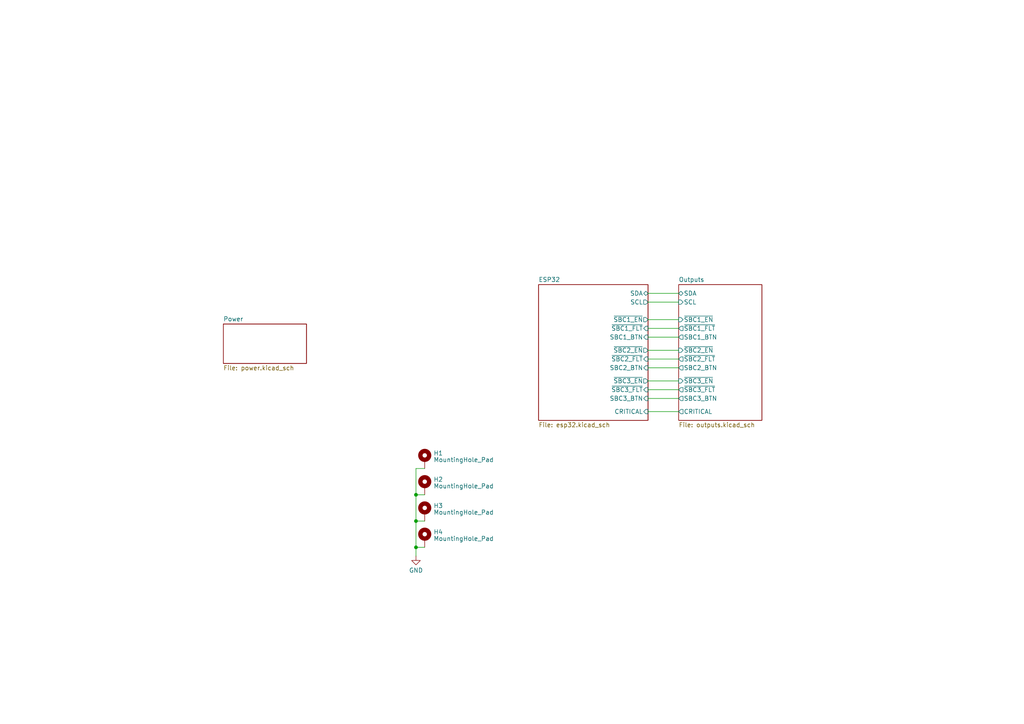
<source format=kicad_sch>
(kicad_sch (version 20230121) (generator eeschema)
  (paper "A4")
  (title_block (title "PDU with Consumption Metering Function for SBCs") (date "2023-05-03") (rev "1.0 rev 3"))
  (lib_symbols
    (symbol "Mechanical:MountingHole_Pad" (pin_numbers hide) (pin_names (offset 1.016) hide)
      (property "Reference" "H" (at 0 6.35 0))
      (property "Value" "MountingHole_Pad" (at 0 4.445 0))
      (symbol "MountingHole_Pad_0_1"
        (circle (center 0 1.27) (radius 1.27) (stroke (width 1.27)))
      )
      (symbol "MountingHole_Pad_1_1"
        (pin input line (at 0 -2.54 90) (length 2.54) (name "1") (number "1"))
      )
    )
    (symbol "power:GND" (power) (pin_names (offset 0))
      (property "Value" "GND" (at 0 -3.81 0))
      (symbol "GND_0_1"
        (polyline (pts (xy 0 0) (xy 0 -1.27) (xy 1.27 -1.27) (xy 0 -2.54) (xy -1.27 -1.27) (xy 0 -1.27)))
      )
      (symbol "GND_1_1"
        (pin power_in line (at 0 0 270) (length 0) hide (name "GND") (number "1"))
      )
    )
  )
  (junction (at 120.65 143.51))
  (junction (at 120.65 158.75))
  (junction (at 120.65 151.13))
  (wire (pts (xy 187.96 92.71) (xy 196.85 92.71)))
  (wire (pts (xy 187.96 95.25) (xy 196.85 95.25)))
  (wire (pts (xy 187.96 115.57) (xy 196.85 115.57)))
  (wire (pts (xy 187.96 110.49) (xy 196.85 110.49)))
  (wire (pts (xy 187.96 101.6) (xy 196.85 101.6)))
  (wire (pts (xy 187.96 113.03) (xy 196.85 113.03)))
  (wire (pts (xy 120.65 151.13) (xy 120.65 158.75)))
  (wire (pts (xy 120.65 151.13) (xy 120.65 143.51)))
  (wire (pts (xy 120.65 143.51) (xy 120.65 135.89)))
  (wire (pts (xy 120.65 151.13) (xy 123.19 151.13)))
  (wire (pts (xy 187.96 97.79) (xy 196.85 97.79)))
  (wire (pts (xy 187.96 106.68) (xy 196.85 106.68)))
  (wire (pts (xy 123.19 158.75) (xy 120.65 158.75)))
  (wire (pts (xy 187.96 87.63) (xy 196.85 87.63)))
  (wire (pts (xy 120.65 143.51) (xy 123.19 143.51)))
  (wire (pts (xy 187.96 85.09) (xy 196.85 85.09)))
  (wire (pts (xy 120.65 158.75) (xy 120.65 161.29)))
  (wire (pts (xy 120.65 135.89) (xy 123.19 135.89)))
  (wire (pts (xy 187.96 119.38) (xy 196.85 119.38)))
  (wire (pts (xy 187.96 104.14) (xy 196.85 104.14)))
  (symbol (lib_id "power:GND") (at 120.65 161.29 0) (unit 1)
    (property "Reference" "#PWR01" (effects hide))
    (property "Value" "GND" (at 120.65 165.4255 0))
  )
  (symbol (lib_id "Mechanical:MountingHole_Pad") (at 123.19 140.97 0) (unit 1)
    (property "Reference" "H2" (at 125.73 139.0563 0) (effects (justify left)))
    (property "Value" "MountingHole_Pad" (at 125.73 140.9773 0) (effects (justify left)))
    (property "Footprint" "MountingHole:MountingHole_3.2mm_M3_Pad_TopBottom" (effects hide))
  )
  (symbol (lib_id "Mechanical:MountingHole_Pad") (at 123.19 133.35 0) (unit 1)
    (property "Reference" "H1" (at 125.73 131.4363 0) (effects (justify left)))
    (property "Value" "MountingHole_Pad" (at 125.73 133.3573 0) (effects (justify left)))
    (property "Footprint" "MountingHole:MountingHole_3.2mm_M3_Pad_TopBottom" (effects hide))
  )
  (symbol (lib_id "Mechanical:MountingHole_Pad") (at 123.19 148.59 0) (unit 1)
    (property "Reference" "H3" (at 125.73 146.6763 0) (effects (justify left)))
    (property "Value" "MountingHole_Pad" (at 125.73 148.5973 0) (effects (justify left)))
    (property "Footprint" "MountingHole:MountingHole_3.2mm_M3_Pad_TopBottom" (effects hide))
  )
  (symbol (lib_id "Mechanical:MountingHole_Pad") (at 123.19 156.21 0) (unit 1)
    (property "Reference" "H4" (at 125.73 154.2963 0) (effects (justify left)))
    (property "Value" "MountingHole_Pad" (at 125.73 156.2173 0) (effects (justify left)))
    (property "Footprint" "MountingHole:MountingHole_3.2mm_M3_Pad_TopBottom" (effects hide))
  )
  (sheet (at 64.77 93.98) (size 24.13 11.43) (stroke (width 0.1524))
    (property "Sheetname" "Power" (at 64.77 93.2684 0) (effects (justify left bottom)))
    (property "Sheetfile" "power.kicad_sch" (at 64.77 105.9946 0) (effects (justify left top)))
  )
  (sheet (at 196.85 82.55) (size 24.13 39.37) (stroke (width 0.1524))
    (property "Sheetname" "Outputs" (at 196.85 81.8384 0) (effects (justify left bottom)))
    (property "Sheetfile" "outputs.kicad_sch" (at 196.85 122.5046 0) (effects (justify left top)))
    (pin "SDA" bidirectional (at 196.85 85.09 180))
    (pin "SCL" input (at 196.85 87.63 180))
    (pin "~{SBC1_FLT}" output (at 196.85 95.25 180))
    (pin "~{SBC2_FLT}" output (at 196.85 104.14 180))
    (pin "~{SBC2_EN}" input (at 196.85 101.6 180))
    (pin "~{SBC1_EN}" input (at 196.85 92.71 180))
    (pin "SBC3_BTN" output (at 196.85 115.57 180))
    (pin "SBC2_BTN" output (at 196.85 106.68 180))
    (pin "SBC1_BTN" output (at 196.85 97.79 180))
    (pin "~{SBC3_EN}" input (at 196.85 110.49 180))
    (pin "~{SBC3_FLT}" output (at 196.85 113.03 180))
    (pin "CRITICAL" output (at 196.85 119.38 180))
  )
  (sheet (at 156.21 82.55) (size 31.75 39.37) (stroke (width 0.1524))
    (property "Sheetname" "ESP32" (at 156.21 81.8384 0) (effects (justify left bottom)))
    (property "Sheetfile" "esp32.kicad_sch" (at 156.21 122.5046 0) (effects (justify left top)))
    (pin "SDA" bidirectional (at 187.96 85.09 0))
    (pin "SCL" output (at 187.96 87.63 0))
    (pin "~{SBC1_EN}" output (at 187.96 92.71 0))
    (pin "~{SBC2_EN}" output (at 187.96 101.6 0))
    (pin "~{SBC1_FLT}" input (at 187.96 95.25 0))
    (pin "~{SBC2_FLT}" input (at 187.96 104.14 0))
    (pin "~{SBC3_FLT}" input (at 187.96 113.03 0))
    (pin "~{SBC3_EN}" output (at 187.96 110.49 0))
    (pin "SBC3_BTN" input (at 187.96 115.57 0))
    (pin "SBC2_BTN" input (at 187.96 106.68 0))
    (pin "SBC1_BTN" input (at 187.96 97.79 0))
    (pin "CRITICAL" input (at 187.96 119.38 0))
  )
)
</source>
